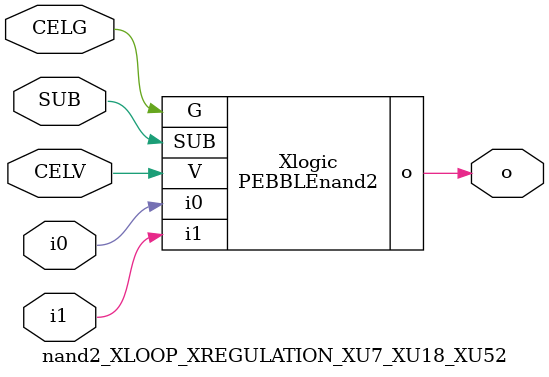
<source format=v>



module PEBBLEnand2 ( o, G, SUB, V, i0, i1 );

  input i0;
  input V;
  input i1;
  input G;
  output o;
  input SUB;
endmodule

//Celera Confidential Do Not Copy nand2_XLOOP_XREGULATION_XU7_XU18_XU52
//Celera Confidential Symbol Generator
//5V NAND2
module nand2_XLOOP_XREGULATION_XU7_XU18_XU52 (CELV,CELG,i0,i1,o,SUB);
input CELV;
input CELG;
input i0;
input i1;
input SUB;
output o;

//Celera Confidential Do Not Copy nand2
PEBBLEnand2 Xlogic(
.V (CELV),
.i0 (i0),
.i1 (i1),
.o (o),
.SUB (SUB),
.G (CELG)
);
//,diesize,PEBBLEnand2

//Celera Confidential Do Not Copy Module End
//Celera Schematic Generator
endmodule

</source>
